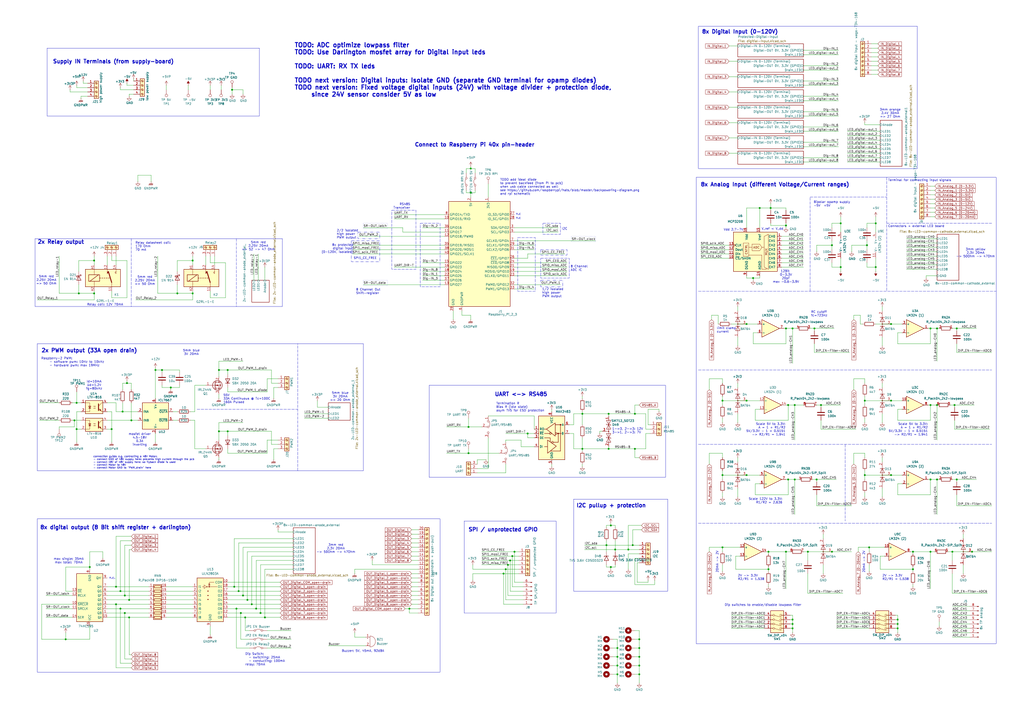
<source format=kicad_sch>
(kicad_sch
	(version 20231120)
	(generator "eeschema")
	(generator_version "8.0")
	(uuid "af4d11a6-73e1-4c39-a25e-5fe7dfa07237")
	(paper "A2")
	
	(junction
		(at 140.97 345.44)
		(diameter 0)
		(color 0 0 0 0)
		(uuid "01a8e618-7e14-4882-9136-a12536116a47")
	)
	(junction
		(at 237.49 353.06)
		(diameter 0)
		(color 0 0 0 0)
		(uuid "01c225b5-cd2c-42cd-9a9e-dd1eb69e7a46")
	)
	(junction
		(at 294.64 327.66)
		(diameter 0)
		(color 0 0 0 0)
		(uuid "05305efd-1dbd-4d1b-9814-028567a7094e")
	)
	(junction
		(at 137.16 353.06)
		(diameter 0)
		(color 0 0 0 0)
		(uuid "05eca1c0-0042-44d8-82a8-b1f48175c33d")
	)
	(junction
		(at 368.3 260.35)
		(diameter 0)
		(color 0 0 0 0)
		(uuid "06f335d7-63de-4572-a20a-022b6c7f93c9")
	)
	(junction
		(at 364.49 318.77)
		(diameter 0)
		(color 0 0 0 0)
		(uuid "072c8fc6-89d0-4715-8ea4-dd9134761f17")
	)
	(junction
		(at 351.79 316.23)
		(diameter 0)
		(color 0 0 0 0)
		(uuid "07823899-5798-4592-8eff-8b1fe5858f30")
	)
	(junction
		(at 358.14 381)
		(diameter 0)
		(color 0 0 0 0)
		(uuid "08257806-6a62-48e1-afe8-11841934bc89")
	)
	(junction
		(at 71.12 238.76)
		(diameter 0)
		(color 0 0 0 0)
		(uuid "0eedc99b-ff42-4961-8286-6066dee5c8fe")
	)
	(junction
		(at 508 129.54)
		(diameter 0)
		(color 0 0 0 0)
		(uuid "0f3fa599-affa-44c6-8b85-24ce12db14ea")
	)
	(junction
		(at 67.31 340.36)
		(diameter 0)
		(color 0 0 0 0)
		(uuid "10026633-9ac7-4b72-aa53-10151f42da81")
	)
	(junction
		(at 64.77 248.92)
		(diameter 0)
		(color 0 0 0 0)
		(uuid "11580b8b-6675-41d3-b33d-e1ed958eda93")
	)
	(junction
		(at 153.67 358.14)
		(diameter 0)
		(color 0 0 0 0)
		(uuid "119c3b35-4b9f-4318-9220-02559deba15e")
	)
	(junction
		(at 73.66 222.25)
		(diameter 0)
		(color 0 0 0 0)
		(uuid "14ee932b-b4bf-415b-ab21-01e0b930417b")
	)
	(junction
		(at 516.89 232.41)
		(diameter 0)
		(color 0 0 0 0)
		(uuid "14fcd33f-6a27-4b5c-bd8a-16602ae94ce3")
	)
	(junction
		(at 353.06 240.03)
		(diameter 0)
		(color 0 0 0 0)
		(uuid "1827b75e-5515-4844-a399-117e6918fd73")
	)
	(junction
		(at 354.33 328.93)
		(diameter 0)
		(color 0 0 0 0)
		(uuid "1c476741-4a7f-44e7-a84a-5b0fc50d1df8")
	)
	(junction
		(at 487.68 154.94)
		(diameter 0)
		(color 0 0 0 0)
		(uuid "1f83392c-f6f4-4c47-92c7-6541609902a5")
	)
	(junction
		(at 508 154.94)
		(diameter 0)
		(color 0 0 0 0)
		(uuid "1ff1815a-ddb0-4907-bed1-18b8fe5665e3")
	)
	(junction
		(at 461.01 234.95)
		(diameter 0)
		(color 0 0 0 0)
		(uuid "209182a8-b4b9-40cd-b5b2-bd90b860e927")
	)
	(junction
		(at 54.61 151.13)
		(diameter 0)
		(color 0 0 0 0)
		(uuid "213f96fc-26d9-4cf1-83bd-f4336ef00b81")
	)
	(junction
		(at 102.87 170.18)
		(diameter 0)
		(color 0 0 0 0)
		(uuid "236f3f4e-76e9-4351-baf1-7665cdb427aa")
	)
	(junction
		(at 146.05 350.52)
		(diameter 0)
		(color 0 0 0 0)
		(uuid "24719f92-8210-4aa7-b4fb-885fcf560860")
	)
	(junction
		(at 127 214.63)
		(diameter 0)
		(color 0 0 0 0)
		(uuid "2a544a35-89e9-4403-a76e-deca404b0df4")
	)
	(junction
		(at 337.82 240.03)
		(diameter 0)
		(color 0 0 0 0)
		(uuid "2d47b40e-d23f-458b-8bda-f40f4a63d16c")
	)
	(junction
		(at 461.01 278.13)
		(diameter 0)
		(color 0 0 0 0)
		(uuid "2ec783c1-8b84-46a4-83e0-9e6bdd9d83e1")
	)
	(junction
		(at 419.1 275.59)
		(diameter 0)
		(color 0 0 0 0)
		(uuid "2f3e2706-66a2-4ddc-84d7-d0f87e408bee")
	)
	(junction
		(at 358.14 391.16)
		(diameter 0)
		(color 0 0 0 0)
		(uuid "30eb7102-40a1-423f-af53-d597c277def6")
	)
	(junction
		(at 433.07 187.96)
		(diameter 0)
		(color 0 0 0 0)
		(uuid "322a1d28-d972-4b68-a81b-9e541f249074")
	)
	(junction
		(at 539.75 234.95)
		(diameter 0)
		(color 0 0 0 0)
		(uuid "3ae78f7f-94a6-4485-a6b5-d7ce73e1abef")
	)
	(junction
		(at 516.89 187.96)
		(diameter 0)
		(color 0 0 0 0)
		(uuid "3b4b0fd5-c991-4a1b-b89c-c6b2bfe001ca")
	)
	(junction
		(at 44.45 233.68)
		(diameter 0)
		(color 0 0 0 0)
		(uuid "3c610d6d-cd11-4e18-9d10-ffa22d04497a")
	)
	(junction
		(at 52.07 328.93)
		(diameter 0)
		(color 0 0 0 0)
		(uuid "3c754c5e-b249-46c4-9d05-9f550316aca5")
	)
	(junction
		(at 273.05 111.76)
		(diameter 0)
		(color 0 0 0 0)
		(uuid "401df33a-bfc8-4102-a832-13b9d72f27f9")
	)
	(junction
		(at 447.04 120.65)
		(diameter 0)
		(color 0 0 0 0)
		(uuid "42f8f2a2-d4f1-4f85-a7f3-af76fd15f334")
	)
	(junction
		(at 539.75 190.5)
		(diameter 0)
		(color 0 0 0 0)
		(uuid "4c28afa4-cb18-4457-bfd3-5c53dabd8baa")
	)
	(junction
		(at 67.31 350.52)
		(diameter 0)
		(color 0 0 0 0)
		(uuid "4dd49bce-72c0-4885-aaa1-4fc2ceee5ed9")
	)
	(junction
		(at 293.37 330.2)
		(diameter 0)
		(color 0 0 0 0)
		(uuid "4e253152-ce51-433a-bba8-8c16e7a62d28")
	)
	(junction
		(at 436.88 161.29)
		(diameter 0)
		(color 0 0 0 0)
		(uuid "4e57230f-aabe-47d0-b863-f2adc3d1ffe4")
	)
	(junction
		(at 554.99 278.13)
		(diameter 0)
		(color 0 0 0 0)
		(uuid "5350fbf4-d95b-437a-9686-20f0bf58d3a4")
	)
	(junction
		(at 356.87 318.77)
		(diameter 0)
		(color 0 0 0 0)
		(uuid "53d66afe-70cb-456e-9b1b-03e37a30427c")
	)
	(junction
		(at 539.75 278.13)
		(diameter 0)
		(color 0 0 0 0)
		(uuid "5453c15f-3da7-498f-b4d4-eefd4a32800e")
	)
	(junction
		(at 482.6 142.24)
		(diameter 0)
		(color 0 0 0 0)
		(uuid "55a82554-799d-4bb3-8181-718182c3900f")
	)
	(junction
		(at 501.65 232.41)
		(diameter 0)
		(color 0 0 0 0)
		(uuid "57a339c8-b411-45ff-a169-a3416d23d890")
	)
	(junction
		(at 111.76 170.18)
		(diameter 0)
		(color 0 0 0 0)
		(uuid "58641e9a-dfea-4a17-a599-d3f20704b922")
	)
	(junction
		(at 370.84 386.08)
		(diameter 0)
		(color 0 0 0 0)
		(uuid "58dccc51-9004-41fb-ad0d-5592fc6a349d")
	)
	(junction
		(at 539.75 320.04)
		(diameter 0)
		(color 0 0 0 0)
		(uuid "5ebeab69-b597-43d2-ab3a-c72fec21131d")
	)
	(junction
		(at 504.19 317.5)
		(diameter 0)
		(color 0 0 0 0)
		(uuid "5fbe9979-8f7b-4932-9184-a4d03c15d4fe")
	)
	(junction
		(at 476.25 234.95)
		(diameter 0)
		(color 0 0 0 0)
		(uuid "5fd46808-879e-44b8-af18-96d3e87ab16f")
	)
	(junction
		(at 354.33 304.8)
		(diameter 0)
		(color 0 0 0 0)
		(uuid "60649139-4bdd-472e-9af5-360b27505cfe")
	)
	(junction
		(at 370.84 391.16)
		(diameter 0)
		(color 0 0 0 0)
		(uuid "60a6d836-72d0-4313-9d09-432095eb272f")
	)
	(junction
		(at 295.91 325.12)
		(diameter 0)
		(color 0 0 0 0)
		(uuid "64cc4205-6b81-48b6-affd-d8656f4e6bce")
	)
	(junction
		(at 529.59 320.04)
		(diameter 0)
		(color 0 0 0 0)
		(uuid "67352b46-f9e5-4f25-b773-3d42ff5e5699")
	)
	(junction
		(at 419.1 317.5)
		(diameter 0)
		(color 0 0 0 0)
		(uuid "6e2b59ba-643e-42d5-abe7-fae3afd30e18")
	)
	(junction
		(at 90.17 214.63)
		(diameter 0)
		(color 0 0 0 0)
		(uuid "6f8dae14-e5bb-4ed3-8136-992dd6b276bb")
	)
	(junction
		(at 440.69 120.65)
		(diameter 0)
		(color 0 0 0 0)
		(uuid "71c80c36-cea0-487c-bcb3-ac90e6cf6909")
	)
	(junction
		(at 501.65 275.59)
		(diameter 0)
		(color 0 0 0 0)
		(uuid "72cd6455-fb65-4b52-8421-80100f0ddc8f")
	)
	(junction
		(at 69.85 342.9)
		(diameter 0)
		(color 0 0 0 0)
		(uuid "751fb691-f4d4-4afb-8c99-237d44216e6a")
	)
	(junction
		(at 143.51 347.98)
		(diameter 0)
		(color 0 0 0 0)
		(uuid "75331210-328d-4b01-a051-ab734c1e4329")
	)
	(junction
		(at 370.84 370.84)
		(diameter 0)
		(color 0 0 0 0)
		(uuid "77fd0bd9-a653-46a2-a6ea-e0ff86286382")
	)
	(junction
		(at 455.93 130.81)
		(diameter 0)
		(color 0 0 0 0)
		(uuid "7b6a19d9-d84c-4ace-9ad2-e52657e5669a")
	)
	(junction
		(at 543.56 190.5)
		(diameter 0)
		(color 0 0 0 0)
		(uuid "7c4690e7-c7bf-4226-a178-dc9e53dc51ed")
	)
	(junction
		(at 445.77 320.04)
		(diameter 0)
		(color 0 0 0 0)
		(uuid "7eee6ae0-e862-4cf5-a20a-077da3b5824a")
	)
	(junction
		(at 358.14 375.92)
		(diameter 0)
		(color 0 0 0 0)
		(uuid "8445ba9c-2e95-4eb0-ba3f-795d556ef72f")
	)
	(junction
		(at 38.1 370.84)
		(diameter 0)
		(color 0 0 0 0)
		(uuid "84b82d7c-5f92-4073-bceb-03310c6207ac")
	)
	(junction
		(at 472.44 190.5)
		(diameter 0)
		(color 0 0 0 0)
		(uuid "85be4b5b-1dd3-4429-a51f-714f415e4cb3")
	)
	(junction
		(at 516.89 275.59)
		(diameter 0)
		(color 0 0 0 0)
		(uuid "86f80d78-9680-4044-9ea8-382a544e1180")
	)
	(junction
		(at 306.07 251.46)
		(diameter 0)
		(color 0 0 0 0)
		(uuid "8ba0df70-00b9-477d-a1d9-09e132e0196c")
	)
	(junction
		(at 502.92 142.24)
		(diameter 0)
		(color 0 0 0 0)
		(uuid "8e2b91a7-a806-46dd-8017-558f66a7d5aa")
	)
	(junction
		(at 93.98 214.63)
		(diameter 0)
		(color 0 0 0 0)
		(uuid "900094c6-ad82-42ce-b9e4-bbff1fbd4f7d")
	)
	(junction
		(at 370.84 375.92)
		(diameter 0)
		(color 0 0 0 0)
		(uuid "92b51d51-f5fb-410e-bbe5-38b96764124c")
	)
	(junction
		(at 271.78 262.89)
		(diameter 0)
		(color 0 0 0 0)
		(uuid "98441d78-d77f-486a-92ea-3668d01ee127")
	)
	(junction
		(at 543.56 234.95)
		(diameter 0)
		(color 0 0 0 0)
		(uuid "9857da2e-fa86-4979-a30f-81191067da5a")
	)
	(junction
		(at 292.1 332.74)
		(diameter 0)
		(color 0 0 0 0)
		(uuid "9867b519-f5bd-4ee4-8781-727026525927")
	)
	(junction
		(at 459.74 359.41)
		(diameter 0)
		(color 0 0 0 0)
		(uuid "98c11e17-da75-489b-919d-abd5b90d75d6")
	)
	(junction
		(at 520.7 364.49)
		(diameter 0)
		(color 0 0 0 0)
		(uuid "9905ae76-43d5-46fd-ab04-63b3bd0b1c1a")
	)
	(junction
		(at 529.59 330.2)
		(diameter 0)
		(color 0 0 0 0)
		(uuid "9f9cd4a1-53b7-4b90-939d-1f42f0144daf")
	)
	(junction
		(at 72.39 345.44)
		(diameter 0)
		(color 0 0 0 0)
		(uuid "a02a0c35-7237-4690-930d-ae7d81a03d46")
	)
	(junction
		(at 433.07 275.59)
		(diameter 0)
		(color 0 0 0 0)
		(uuid "a0fb1850-0f46-4c36-b798-547b535c42df")
	)
	(junction
		(at 44.45 248.92)
		(diameter 0)
		(color 0 0 0 0)
		(uuid "a156600e-b17b-40ee-9338-2875dd6af119")
	)
	(junction
		(at 459.74 364.49)
		(diameter 0)
		(color 0 0 0 0)
		(uuid "a2aaf358-b70a-40ed-8891-c2b838783341")
	)
	(junction
		(at 543.56 278.13)
		(diameter 0)
		(color 0 0 0 0)
		(uuid "a647ae42-673a-4b30-ba91-f5c0de2d1fb1")
	)
	(junction
		(at 419.1 232.41)
		(diameter 0)
		(color 0 0 0 0)
		(uuid "a8916f2a-3760-4408-a711-e8008e50a42d")
	)
	(junction
		(at 473.71 278.13)
		(diameter 0)
		(color 0 0 0 0)
		(uuid "a8b20a5e-2fbe-4704-8e22-2faf27846df8")
	)
	(junction
		(at 553.72 234.95)
		(diameter 0)
		(color 0 0 0 0)
		(uuid "aad29792-d123-4844-9da8-1df2be24a9d5")
	)
	(junction
		(at 45.72 170.18)
		(diameter 0)
		(color 0 0 0 0)
		(uuid "ac1970be-fc9a-493a-b832-4f526b5d8a6f")
	)
	(junction
		(at 367.03 316.23)
		(diameter 0)
		(color 0 0 0 0)
		(uuid "ac4ac232-9a0f-4efe-bd40-aa7c1fcbaeed")
	)
	(junction
		(at 142.24 358.14)
		(diameter 0)
		(color 0 0 0 0)
		(uuid "b03b65c9-d63a-4b4e-b4bc-bfd5bb85047b")
	)
	(junction
		(at 134.62 52.07)
		(diameter 0)
		(color 0 0 0 0)
		(uuid "b1b4e282-b41e-4806-9700-a7c6fbc133b2")
	)
	(junction
		(at 138.43 342.9)
		(diameter 0)
		(color 0 0 0 0)
		(uuid "b2e04b3a-0203-4e9b-b5fb-44711c9651f5")
	)
	(junction
		(at 99.06 224.79)
		(diameter 0)
		(color 0 0 0 0)
		(uuid "b650fb0f-f91e-4bab-945c-20253961cf93")
	)
	(junction
		(at 368.3 240.03)
		(diameter 0)
		(color 0 0 0 0)
		(uuid "b75f83a7-ff43-422c-8aef-b23c65dc9f58")
	)
	(junction
		(at 433.07 232.41)
		(diameter 0)
		(color 0 0 0 0)
		(uuid "b8cbbf2c-6947-4c47-a76a-df98369a49e2")
	)
	(junction
		(at 445.77 330.2)
		(diameter 0)
		(color 0 0 0 0)
		(uuid "bc0e8895-a168-4b32-a3ae-032222041331")
	)
	(junction
		(at 273.05 97.79)
		(diameter 0)
		(color 0 0 0 0)
		(uuid "c141ea30-0a7b-45f8-a452-2c0244bcf9aa")
	)
	(junction
		(at 111.76 151.13)
		(diameter 0)
		(color 0 0 0 0)
		(uuid "c25e2208-2d4a-4a5d-b1b6-520bc7405c20")
	)
	(junction
		(at 72.39 355.6)
		(diameter 0)
		(color 0 0 0 0)
		(uuid "c2a7d60c-8406-4629-9f9f-20facc991908")
	)
	(junction
		(at 127 250.19)
		(diameter 0)
		(color 0 0 0 0)
		(uuid "c583ebaa-dbb1-42bf-9503-cd46d9d9c934")
	)
	(junction
		(at 468.63 320.04)
		(diameter 0)
		(color 0 0 0 0)
		(uuid "c6fd9455-a40f-495c-b522-dad68ccccb40")
	)
	(junction
		(at 69.85 353.06)
		(diameter 0)
		(color 0 0 0 0)
		(uuid "c7252f51-5593-44ea-9ef0-15644cb2b836")
	)
	(junction
		(at 482.6 320.04)
		(diameter 0)
		(color 0 0 0 0)
		(uuid "c7d2abe6-56ee-45d0-91ba-2bdad49697be")
	)
	(junction
		(at 554.99 190.5)
		(diameter 0)
		(color 0 0 0 0)
		(uuid "c9a1a788-271b-4313-91ac-1eb41a1be2d1")
	)
	(junction
		(at 74.93 347.98)
		(diameter 0)
		(color 0 0 0 0)
		(uuid "ca97fd06-a20b-4255-9402-c6f0775648c9")
	)
	(junction
		(at 563.88 320.04)
		(diameter 0)
		(color 0 0 0 0)
		(uuid "cb011434-a4b0-4556-a812-d331c49ca2c1")
	)
	(junction
		(at 297.18 322.58)
		(diameter 0)
		(color 0 0 0 0)
		(uuid "ccfc0193-cd4b-4bd1-9adb-8688e97bfa23")
	)
	(junction
		(at 151.13 355.6)
		(diameter 0)
		(color 0 0 0 0)
		(uuid "cdb7cae5-fc07-4bbc-8ee6-837fb3913bf1")
	)
	(junction
		(at 455.93 320.04)
		(diameter 0)
		(color 0 0 0 0)
		(uuid "d3002e4b-d3e1-40cc-9b8a-5d2c7334c6dd")
	)
	(junction
		(at 520.7 361.95)
		(diameter 0)
		(color 0 0 0 0)
		(uuid "d3c25f2f-519c-4e8a-bf2d-451e91de8263")
	)
	(junction
		(at 459.74 190.5)
		(diameter 0)
		(color 0 0 0 0)
		(uuid "d5958f52-db39-4d96-9f5c-46cc0e0a9c13")
	)
	(junction
		(at 353.06 260.35)
		(diameter 0)
		(color 0 0 0 0)
		(uuid "d5f0980c-b894-41c8-ad9a-99d84da95533")
	)
	(junction
		(at 132.08 250.19)
		(diameter 0)
		(color 0 0 0 0)
		(uuid "d7f6abff-a394-48b0-8295-d13e407a04cb")
	)
	(junction
		(at 487.68 129.54)
		(diameter 0)
		(color 0 0 0 0)
		(uuid "d8d7fb1f-bb4d-4c93-8aa7-905c20aefd85")
	)
	(junction
		(at 358.14 386.08)
		(diameter 0)
		(color 0 0 0 0)
		(uuid "d8d95aad-526c-4d3e-9a9b-fefcb78efcaa")
	)
	(junction
		(at 552.45 320.04)
		(diameter 0)
		(color 0 0 0 0)
		(uuid "dd672ca4-9aed-4510-a18a-eaf4c4b1b5b2")
	)
	(junction
		(at 298.45 320.04)
		(diameter 0)
		(color 0 0 0 0)
		(uuid "dd9c1b13-9084-449b-9bee-5e037521464a")
	)
	(junction
		(at 520.7 359.41)
		(diameter 0)
		(color 0 0 0 0)
		(uuid "df62cb63-19fa-46f2-9a5a-93a304b5a69d")
	)
	(junction
		(at 271.78 247.65)
		(diameter 0)
		(color 0 0 0 0)
		(uuid "df678c17-c7d1-407d-803a-c886081558ed")
	)
	(junction
		(at 457.2 234.95)
		(diameter 0)
		(color 0 0 0 0)
		(uuid "e06e2f01-d838-48f6-8efa-7e05b926ca29")
	)
	(junction
		(at 54.61 170.18)
		(diameter 0)
		(color 0 0 0 0)
		(uuid "e0fcc60c-adef-4503-b67d-31eec596d694")
	)
	(junction
		(at 148.59 353.06)
		(diameter 0)
		(color 0 0 0 0)
		(uuid "e3108376-7dad-4cc8-8861-63d384004879")
	)
	(junction
		(at 76.2 243.84)
		(diameter 0)
		(color 0 0 0 0)
		(uuid "e5b099e1-f557-4448-b3d0-b283fc211558")
	)
	(junction
		(at 135.89 340.36)
		(diameter 0)
		(color 0 0 0 0)
		(uuid "e5bd5461-5bb2-4b08-87c8-6e463ef8db0a")
	)
	(junction
		(at 132.08 214.63)
		(diameter 0)
		(color 0 0 0 0)
		(uuid "e8615103-e90c-4f75-b440-b8fad443ff1e")
	)
	(junction
		(at 43.18 243.84)
		(diameter 0)
		(color 0 0 0 0)
		(uuid "e888c988-fb5e-4161-b771-d1f510c9d0b9")
	)
	(junction
		(at 337.82 260.35)
		(diameter 0)
		(color 0 0 0 0)
		(uuid "ed02a82a-9a4c-446b-b18a-c2e77fed11fa")
	)
	(junction
		(at 457.2 278.13)
		(diameter 0)
		(color 0 0 0 0)
		(uuid "ef6c709f-f6a8-4332-b336-2fc745163133")
	)
	(junction
		(at 459.74 361.95)
		(diameter 0)
		(color 0 0 0 0)
		(uuid "f4dadaf2-7795-4ea6-a683-80336635a387")
	)
	(junction
		(at 370.84 381)
		(diameter 0)
		(color 0 0 0 0)
		(uuid "f8e84513-ffe1-4837-b530-90ecbd0bf285")
	)
	(junction
		(at 139.7 355.6)
		(diameter 0)
		(color 0 0 0 0)
		(uuid "fae7fc45-5150-4de6-9de8-a36ec31aa312")
	)
	(junction
		(at 455.93 190.5)
		(diameter 0)
		(color 0 0 0 0)
		(uuid "fbce1fdb-db5b-4f19-bbb5-0a9c27bcbc89")
	)
	(junction
		(at 74.93 358.14)
		(diameter 0)
		(color 0 0 0 0)
		(uuid "fcfc1728-3653-4623-b7b5-a4e4cd6811ba")
	)
	(wire
		(pts
			(xy 455.93 129.54) (xy 455.93 130.81)
		)
		(stroke
			(width 0)
			(type default)
		)
		(uuid "0054231e-6c1c-4b62-a261-da803b448710")
	)
	(wire
		(pts
			(xy 491.49 78.74) (xy 510.54 78.74)
		)
		(stroke
			(width 0)
			(type default)
		)
		(uuid "0059a5bd-5d4e-41f1-b8bf-105e91bea211")
	)
	(wire
		(pts
			(xy 496.57 248.92) (xy 476.25 248.92)
		)
		(stroke
			(width 0)
			(type default)
		)
		(uuid "007352d0-4393-4d19-8efc-d51e28cb77e4")
	)
	(wire
		(pts
			(xy 238.76 320.04) (xy 242.57 320.04)
		)
		(stroke
			(width 0)
			(type default)
		)
		(uuid "00818073-0ff6-4df9-84ad-d009831f149e")
	)
	(wire
		(pts
			(xy 62.23 243.84) (xy 76.2 243.84)
		)
		(stroke
			(width 0)
			(type default)
		)
		(uuid "00912cef-7458-4250-9601-851325c17234")
	)
	(wire
		(pts
			(xy 62.23 233.68) (xy 67.31 233.68)
		)
		(stroke
			(width 0)
			(type default)
		)
		(uuid "00e44004-c513-4de5-a722-c1ec9c261caa")
	)
	(wire
		(pts
			(xy 419.1 327.66) (xy 419.1 331.47)
		)
		(stroke
			(width 0)
			(type default)
		)
		(uuid "00ef2f56-37bd-4ed0-aeb9-aa019bd24e2f")
	)
	(wire
		(pts
			(xy 139.7 370.84) (xy 139.7 355.6)
		)
		(stroke
			(width 0)
			(type default)
		)
		(uuid "00fdba94-28e0-4b7e-a3f6-8468a273182f")
	)
	(wire
		(pts
			(xy 553.72 234.95) (xy 553.72 236.22)
		)
		(stroke
			(width 0)
			(type default)
		)
		(uuid "01a5f7f5-381b-4726-8886-b420b25ccedd")
	)
	(wire
		(pts
			(xy 132.08 353.06) (xy 137.16 353.06)
		)
		(stroke
			(width 0)
			(type default)
		)
		(uuid "01f70877-5d35-4473-8154-b32633fb4439")
	)
	(wire
		(pts
			(xy 90.17 214.63) (xy 93.98 214.63)
		)
		(stroke
			(width 0)
			(type default)
		)
		(uuid "02432959-10b0-4f2a-af2d-7311d5fec00d")
	)
	(wire
		(pts
			(xy 486.41 31.75) (xy 466.09 31.75)
		)
		(stroke
			(width 0)
			(type default)
		)
		(uuid "025ad35c-64b0-47a8-a900-f118fd03ec35")
	)
	(wire
		(pts
			(xy 270.51 111.76) (xy 273.05 111.76)
		)
		(stroke
			(width 0)
			(type default)
		)
		(uuid "02629f80-2850-40af-b117-d301cbd2e1ca")
	)
	(wire
		(pts
			(xy 274.32 330.2) (xy 293.37 330.2)
		)
		(stroke
			(width 0)
			(type default)
		)
		(uuid "02a344d2-8b47-43f6-b628-b060a6ff1a34")
	)
	(wire
		(pts
			(xy 537.21 160.02) (xy 543.56 160.02)
		)
		(stroke
			(width 0)
			(type default)
		)
		(uuid "02ca2bcb-dc3d-41b8-b3bb-d6980a38a62d")
	)
	(wire
		(pts
			(xy 52.07 330.2) (xy 52.07 328.93)
		)
		(stroke
			(width 0)
			(type default)
		)
		(uuid "02caf3da-4dfe-464a-bed0-55c975aa32ca")
	)
	(wire
		(pts
			(xy 487.68 125.73) (xy 487.68 129.54)
		)
		(stroke
			(width 0)
			(type default)
		)
		(uuid "02dea10a-f229-486d-876a-a071096eeead")
	)
	(wire
		(pts
			(xy 245.11 152.4) (xy 257.81 152.4)
		)
		(stroke
			(width 0)
			(type default)
		)
		(uuid "02f927d2-46f0-4067-bb2c-7b5ed625f8eb")
	)
	(wire
		(pts
			(xy 157.48 250.19) (xy 157.48 257.81)
		)
		(stroke
			(width 0)
			(type default)
		)
		(uuid "030da04f-bb6a-49d5-a07a-b1ac13ef0d2c")
	)
	(wire
		(pts
			(xy 516.89 275.59) (xy 523.24 275.59)
		)
		(stroke
			(width 0)
			(type default)
		)
		(uuid "0402a363-6ddc-4245-b79d-651ce5e2b849")
	)
	(wire
		(pts
			(xy 457.2 234.95) (xy 461.01 234.95)
		)
		(stroke
			(width 0)
			(type default)
		)
		(uuid "04304b2e-0c68-4a14-bbe0-0e23cac30e94")
	)
	(wire
		(pts
			(xy 176.53 242.57) (xy 190.5 242.57)
		)
		(stroke
			(width 0)
			(type default)
		)
		(uuid "0441f777-da59-4d51-9ce1-7f52d2030a3b")
	)
	(wire
		(pts
			(xy 351.79 306.07) (xy 351.79 304.8)
		)
		(stroke
			(width 0)
			(type default)
		)
		(uuid "0445f1c5-cbd7-41f2-81d5-6122602375c6")
	)
	(wire
		(pts
			(xy 563.88 320.04) (xy 575.31 320.04)
		)
		(stroke
			(width 0)
			(type default)
		)
		(uuid "044788d0-021d-486d-a9d3-fdae59027b7a")
	)
	(polyline
		(pts
			(xy 114.3 237.49) (xy 172.72 237.49)
		)
		(stroke
			(width 0)
			(type dash)
		)
		(uuid "0562829c-78ed-418e-bf83-3ad41711062d")
	)
	(wire
		(pts
			(xy 73.66 151.13) (xy 73.66 172.72)
		)
		(stroke
			(width 0)
			(type default)
		)
		(uuid "05769be8-6486-49a6-96aa-282d535c7d39")
	)
	(wire
		(pts
			(xy 433.07 132.08) (xy 433.07 120.65)
		)
		(stroke
			(width 0)
			(type default)
		)
		(uuid "05c7cccb-cca5-4623-97c8-040d9b4df307")
	)
	(wire
		(pts
			(xy 67.31 340.36) (xy 86.36 340.36)
		)
		(stroke
			(width 0)
			(type default)
		)
		(uuid "060a1e46-185f-46d5-bb25-4b502bfab042")
	)
	(wire
		(pts
			(xy 453.39 137.16) (xy 466.09 137.16)
		)
		(stroke
			(width 0)
			(type default)
		)
		(uuid "068083fa-fce7-43b5-8463-4f98840e7a26")
	)
	(wire
		(pts
			(xy 73.66 172.72) (xy 64.77 172.72)
		)
		(stroke
			(width 0)
			(type default)
		)
		(uuid "06a1b25e-5913-4cbd-a6dc-df54f02c3062")
	)
	(wire
		(pts
			(xy 76.2 313.69) (xy 69.85 313.69)
		)
		(stroke
			(width 0)
			(type default)
		)
		(uuid "0768423a-ac1c-4f99-9532-7ef87789f549")
	)
	(wire
		(pts
			(xy 96.52 342.9) (xy 111.76 342.9)
		)
		(stroke
			(width 0)
			(type default)
		)
		(uuid "07df2798-ce49-4d2e-88d1-304e7370129e")
	)
	(wire
		(pts
			(xy 273.05 182.88) (xy 273.05 185.42)
		)
		(stroke
			(width 0)
			(type default)
		)
		(uuid "07f79494-8767-4e73-b134-542e489a4daa")
	)
	(wire
		(pts
			(xy 511.81 265.43) (xy 511.81 267.97)
		)
		(stroke
			(width 0)
			(type default)
		)
		(uuid "086ffce1-bece-47de-afff-a5272daa684c")
	)
	(wire
		(pts
			(xy 543.56 278.13) (xy 544.83 278.13)
		)
		(stroke
			(width 0)
			(type default)
		)
		(uuid "08d4afc6-7a52-4c48-90ea-de03339f3fec")
	)
	(wire
		(pts
			(xy 438.15 280.67) (xy 438.15 287.02)
		)
		(stroke
			(width 0)
			(type default)
		)
		(uuid "08da2754-5954-4cc6-88b7-c43418808a5f")
	)
	(wire
		(pts
			(xy 238.76 332.74) (xy 242.57 332.74)
		)
		(stroke
			(width 0)
			(type default)
		)
		(uuid "09105bff-0442-453e-b260-c98527da345d")
	)
	(wire
		(pts
			(xy 453.39 139.7) (xy 466.09 139.7)
		)
		(stroke
			(width 0)
			(type default)
		)
		(uuid "0932f8bf-1781-41f0-8075-3b7e84ddb5c7")
	)
	(wire
		(pts
			(xy 64.77 248.92) (xy 64.77 238.76)
		)
		(stroke
			(width 0)
			(type default)
		)
		(uuid "09c9e21f-8206-47ae-a9c8-c044bfbcae4a")
	)
	(wire
		(pts
			(xy 501.65 273.05) (xy 501.65 275.59)
		)
		(stroke
			(width 0)
			(type default)
		)
		(uuid "09d9a41a-af3c-4a91-ad4d-2c3b79cf9ec7")
	)
	(wire
		(pts
			(xy 52.07 363.22) (xy 52.07 370.84)
		)
		(stroke
			(width 0)
			(type default)
		)
		(uuid "0a051774-4cbb-4b66-bf37-8910fac947bb")
	)
	(wire
		(pts
			(xy 62.23 358.14) (xy 74.93 358.14)
		)
		(stroke
			(width 0)
			(type default)
		)
		(uuid "0aa33d96-2e44-4442-b63d-f8ede3d506ac")
	)
	(wire
		(pts
			(xy 375.92 237.49) (xy 375.92 246.38)
		)
		(stroke
			(width 0)
			(type default)
		)
		(uuid "0ac0da6d-7a79-4bb6-aac5-dbd7e02f6a35")
	)
	(wire
		(pts
			(xy 157.48 257.81) (xy 161.29 257.81)
		)
		(stroke
			(width 0)
			(type default)
		)
		(uuid "0af3e3f5-4871-4f0a-9b10-f4cd810203b5")
	)
	(wire
		(pts
			(xy 419.1 262.89) (xy 419.1 265.43)
		)
		(stroke
			(width 0)
			(type default)
		)
		(uuid "0b798a4e-ae38-46ca-9967-253a2656e0f1")
	)
	(wire
		(pts
			(xy 69.85 384.81) (xy 69.85 353.06)
		)
		(stroke
			(width 0)
			(type default)
		)
		(uuid "0d64bcbd-9b4c-4f6e-98d3-beab5b2606b6")
	)
	(wire
		(pts
			(xy 458.47 361.95) (xy 459.74 361.95)
		)
		(stroke
			(width 0)
			(type default)
		)
		(uuid "0ee3f252-7bb8-434b-aa8b-9caf2c52cf77")
	)
	(wire
		(pts
			(xy 501.65 232.41) (xy 501.65 234.95)
		
... [507436 chars truncated]
</source>
